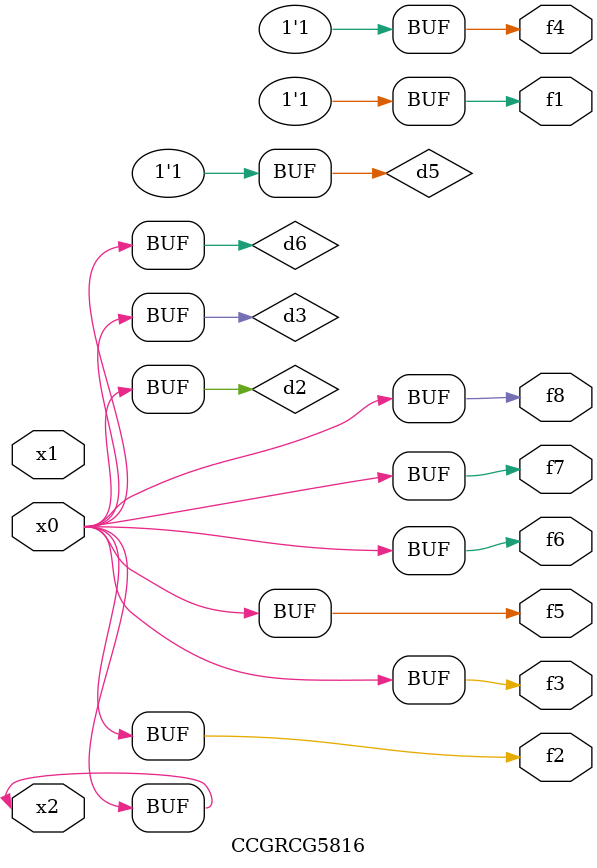
<source format=v>
module CCGRCG5816(
	input x0, x1, x2,
	output f1, f2, f3, f4, f5, f6, f7, f8
);

	wire d1, d2, d3, d4, d5, d6;

	xnor (d1, x2);
	buf (d2, x0, x2);
	and (d3, x0);
	xnor (d4, x1, x2);
	nand (d5, d1, d3);
	buf (d6, d2, d3);
	assign f1 = d5;
	assign f2 = d6;
	assign f3 = d6;
	assign f4 = d5;
	assign f5 = d6;
	assign f6 = d6;
	assign f7 = d6;
	assign f8 = d6;
endmodule

</source>
